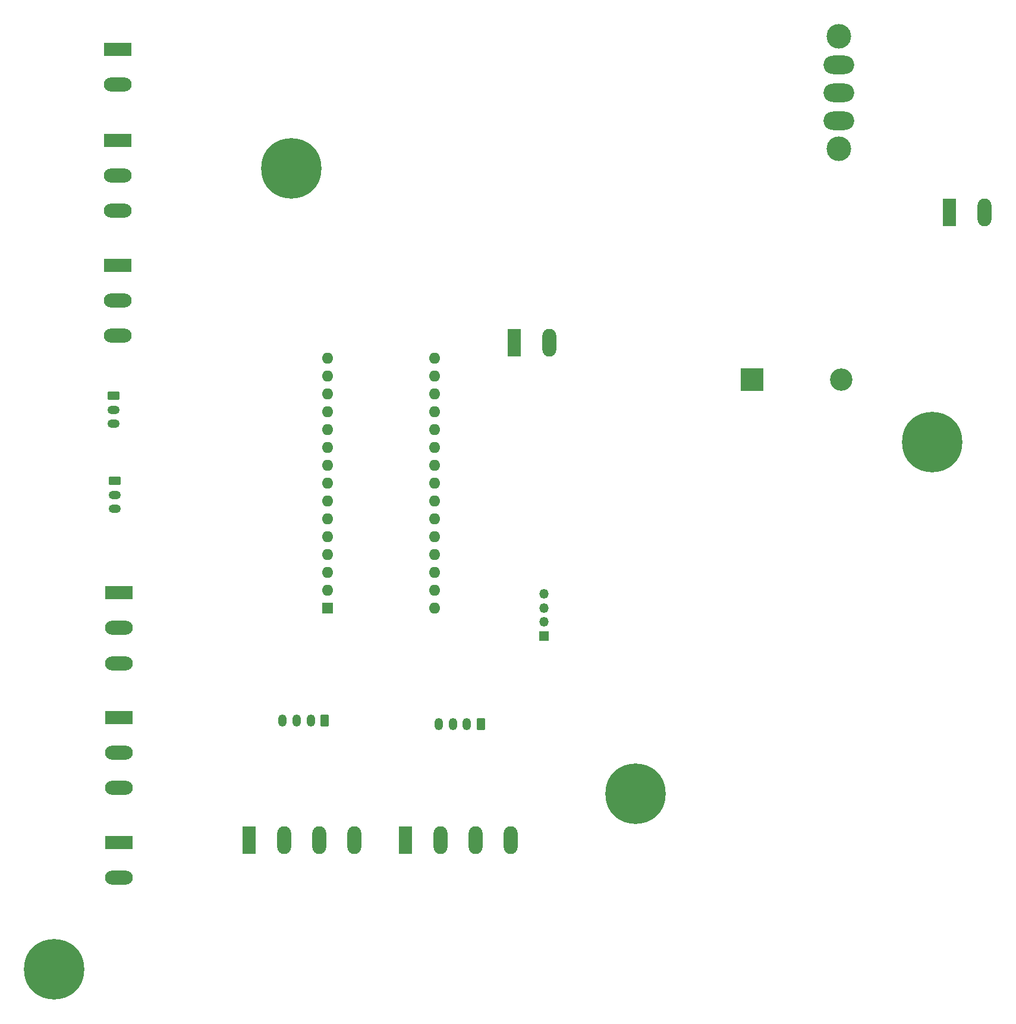
<source format=gbr>
%TF.GenerationSoftware,KiCad,Pcbnew,7.0.7-7.0.7~ubuntu22.04.1*%
%TF.CreationDate,2023-09-15T11:32:12-06:00*%
%TF.ProjectId,stepper_microscope_stage,73746570-7065-4725-9f6d-6963726f7363,1.1*%
%TF.SameCoordinates,Original*%
%TF.FileFunction,Copper,L1,Top*%
%TF.FilePolarity,Positive*%
%FSLAX46Y46*%
G04 Gerber Fmt 4.6, Leading zero omitted, Abs format (unit mm)*
G04 Created by KiCad (PCBNEW 7.0.7-7.0.7~ubuntu22.04.1) date 2023-09-15 11:32:12*
%MOMM*%
%LPD*%
G01*
G04 APERTURE LIST*
G04 Aperture macros list*
%AMRoundRect*
0 Rectangle with rounded corners*
0 $1 Rounding radius*
0 $2 $3 $4 $5 $6 $7 $8 $9 X,Y pos of 4 corners*
0 Add a 4 corners polygon primitive as box body*
4,1,4,$2,$3,$4,$5,$6,$7,$8,$9,$2,$3,0*
0 Add four circle primitives for the rounded corners*
1,1,$1+$1,$2,$3*
1,1,$1+$1,$4,$5*
1,1,$1+$1,$6,$7*
1,1,$1+$1,$8,$9*
0 Add four rect primitives between the rounded corners*
20,1,$1+$1,$2,$3,$4,$5,0*
20,1,$1+$1,$4,$5,$6,$7,0*
20,1,$1+$1,$6,$7,$8,$9,0*
20,1,$1+$1,$8,$9,$2,$3,0*%
G04 Aperture macros list end*
%TA.AperFunction,ComponentPad*%
%ADD10C,8.600000*%
%TD*%
%TA.AperFunction,WasherPad*%
%ADD11C,3.500000*%
%TD*%
%TA.AperFunction,ComponentPad*%
%ADD12O,4.375000X2.625000*%
%TD*%
%TA.AperFunction,ComponentPad*%
%ADD13R,1.980000X3.960000*%
%TD*%
%TA.AperFunction,ComponentPad*%
%ADD14O,1.980000X3.960000*%
%TD*%
%TA.AperFunction,ComponentPad*%
%ADD15RoundRect,0.250000X-0.625000X0.350000X-0.625000X-0.350000X0.625000X-0.350000X0.625000X0.350000X0*%
%TD*%
%TA.AperFunction,ComponentPad*%
%ADD16O,1.750000X1.200000*%
%TD*%
%TA.AperFunction,ComponentPad*%
%ADD17R,1.350000X1.350000*%
%TD*%
%TA.AperFunction,ComponentPad*%
%ADD18O,1.350000X1.350000*%
%TD*%
%TA.AperFunction,ComponentPad*%
%ADD19RoundRect,0.250000X0.350000X0.625000X-0.350000X0.625000X-0.350000X-0.625000X0.350000X-0.625000X0*%
%TD*%
%TA.AperFunction,ComponentPad*%
%ADD20O,1.200000X1.750000*%
%TD*%
%TA.AperFunction,ComponentPad*%
%ADD21R,3.960000X1.980000*%
%TD*%
%TA.AperFunction,ComponentPad*%
%ADD22O,3.960000X1.980000*%
%TD*%
%TA.AperFunction,ComponentPad*%
%ADD23R,3.200000X3.200000*%
%TD*%
%TA.AperFunction,ComponentPad*%
%ADD24O,3.200000X3.200000*%
%TD*%
%TA.AperFunction,ComponentPad*%
%ADD25R,1.600000X1.600000*%
%TD*%
%TA.AperFunction,ComponentPad*%
%ADD26O,1.600000X1.600000*%
%TD*%
G04 APERTURE END LIST*
D10*
%TO.P,H4,1*%
%TO.N,N/C*%
X60750000Y-166250000D03*
%TD*%
%TO.P,H3,1*%
%TO.N,N/C*%
X143500000Y-141250000D03*
%TD*%
%TO.P,H2,1*%
%TO.N,N/C*%
X94500000Y-52250000D03*
%TD*%
%TO.P,H1,1*%
%TO.N,N/C*%
X185750000Y-91250000D03*
%TD*%
D11*
%TO.P,SW1,*%
%TO.N,*%
X172500000Y-49500000D03*
X172500000Y-33500000D03*
D12*
%TO.P,SW1,1,A*%
%TO.N,+24V*%
X172500000Y-45500000D03*
%TO.P,SW1,2,B*%
X172500000Y-41500000D03*
%TO.P,SW1,3,C*%
%TO.N,unconnected-(SW1-C-Pad3)*%
X172500000Y-37500000D03*
%TD*%
D13*
%TO.P,J2,1,Pin_1*%
%TO.N,Net-(J2-Pin_1)*%
X110750000Y-147860000D03*
D14*
%TO.P,J2,2,Pin_2*%
%TO.N,Net-(J2-Pin_2)*%
X115750000Y-147860000D03*
%TO.P,J2,3,Pin_3*%
%TO.N,Net-(J2-Pin_3)*%
X120750000Y-147860000D03*
%TO.P,J2,4,Pin_4*%
%TO.N,Net-(J2-Pin_4)*%
X125750000Y-147860000D03*
%TD*%
D15*
%TO.P,LIMIT2,1,Pin_1*%
%TO.N,+5V*%
X69350816Y-96717144D03*
D16*
%TO.P,LIMIT2,2,Pin_2*%
%TO.N,Net-(A1-D3)*%
X69350816Y-98717144D03*
%TO.P,LIMIT2,3,Pin_3*%
%TO.N,GND*%
X69350816Y-100717144D03*
%TD*%
D17*
%TO.P,J1,1,Pin_1*%
%TO.N,GND*%
X130500000Y-118822144D03*
D18*
%TO.P,J1,2,Pin_2*%
%TO.N,+5V*%
X130500000Y-116822144D03*
%TO.P,J1,3,Pin_3*%
%TO.N,Net-(A1-A4)*%
X130500000Y-114822144D03*
%TO.P,J1,4,Pin_4*%
%TO.N,Net-(A1-A5)*%
X130500000Y-112822144D03*
%TD*%
D19*
%TO.P,J5,1,Pin_1*%
%TO.N,Net-(J3-Pin_4)*%
X99260000Y-130810000D03*
D20*
%TO.P,J5,2,Pin_2*%
%TO.N,Net-(J3-Pin_3)*%
X97260000Y-130810000D03*
%TO.P,J5,3,Pin_3*%
%TO.N,Net-(J3-Pin_2)*%
X95260000Y-130810000D03*
%TO.P,J5,4,Pin_4*%
%TO.N,Net-(J3-Pin_1)*%
X93260000Y-130810000D03*
%TD*%
D21*
%TO.P,STEPSIGGND2,1,Pin_1*%
%TO.N,GND*%
X69910816Y-130422144D03*
D22*
%TO.P,STEPSIGGND2,2,Pin_2*%
X69910816Y-135422144D03*
%TO.P,STEPSIGGND2,3,Pin_3*%
X69910816Y-140422144D03*
%TD*%
D21*
%TO.P,STEPSIG1,1,Pin_1*%
%TO.N,Net-(A1-D12)*%
X69750000Y-48322144D03*
D22*
%TO.P,STEPSIG1,2,Pin_2*%
%TO.N,Net-(A1-D11)*%
X69750000Y-53322144D03*
%TO.P,STEPSIG1,3,Pin_3*%
%TO.N,Net-(A1-D10)*%
X69750000Y-58322144D03*
%TD*%
D21*
%TO.P,STEPGND1,1,Pin_1*%
%TO.N,GND*%
X69900816Y-148202144D03*
D22*
%TO.P,STEPGND1,2,Pin_2*%
X69900816Y-153202144D03*
%TD*%
D21*
%TO.P,STEPSIGGND1,1,Pin_1*%
%TO.N,GND*%
X69910816Y-112672144D03*
D22*
%TO.P,STEPSIGGND1,2,Pin_2*%
X69910816Y-117672144D03*
%TO.P,STEPSIGGND1,3,Pin_3*%
X69910816Y-122672144D03*
%TD*%
D15*
%TO.P,LIMIT1,1,Pin_1*%
%TO.N,+5V*%
X69190000Y-84617144D03*
D16*
%TO.P,LIMIT1,2,Pin_2*%
%TO.N,Net-(A1-D4)*%
X69190000Y-86617144D03*
%TO.P,LIMIT1,3,Pin_3*%
%TO.N,GND*%
X69190000Y-88617144D03*
%TD*%
D21*
%TO.P,STEPPWR1,1,Pin_1*%
%TO.N,+24V*%
X69740000Y-35352144D03*
D22*
%TO.P,STEPPWR1,2,Pin_2*%
X69740000Y-40352144D03*
%TD*%
D23*
%TO.P,D1,1,K*%
%TO.N,Net-(D1-K)*%
X160150000Y-82322144D03*
D24*
%TO.P,D1,2,A*%
%TO.N,GND*%
X172850000Y-82322144D03*
%TD*%
D25*
%TO.P,A1,1,D1/TX*%
%TO.N,unconnected-(A1-D1{slash}TX-Pad1)*%
X99640000Y-114872144D03*
D26*
%TO.P,A1,2,D0/RX*%
%TO.N,unconnected-(A1-D0{slash}RX-Pad2)*%
X99640000Y-112332144D03*
%TO.P,A1,3,~{RESET}*%
%TO.N,unconnected-(A1-~{RESET}-Pad3)*%
X99640000Y-109792144D03*
%TO.P,A1,4,GND*%
%TO.N,GND*%
X99640000Y-107252144D03*
%TO.P,A1,5,D2*%
%TO.N,unconnected-(A1-D2-Pad5)*%
X99640000Y-104712144D03*
%TO.P,A1,6,D3*%
%TO.N,Net-(A1-D3)*%
X99640000Y-102172144D03*
%TO.P,A1,7,D4*%
%TO.N,Net-(A1-D4)*%
X99640000Y-99632144D03*
%TO.P,A1,8,D5*%
%TO.N,unconnected-(A1-D5-Pad8)*%
X99640000Y-97092144D03*
%TO.P,A1,9,D6*%
%TO.N,unconnected-(A1-D6-Pad9)*%
X99640000Y-94552144D03*
%TO.P,A1,10,D7*%
%TO.N,Net-(A1-D7)*%
X99640000Y-92012144D03*
%TO.P,A1,11,D8*%
%TO.N,Net-(A1-D8)*%
X99640000Y-89472144D03*
%TO.P,A1,12,D9*%
%TO.N,Net-(A1-D9)*%
X99640000Y-86932144D03*
%TO.P,A1,13,D10*%
%TO.N,Net-(A1-D10)*%
X99640000Y-84392144D03*
%TO.P,A1,14,D11*%
%TO.N,Net-(A1-D11)*%
X99640000Y-81852144D03*
%TO.P,A1,15,D12*%
%TO.N,Net-(A1-D12)*%
X99640000Y-79312144D03*
%TO.P,A1,16,D13*%
%TO.N,unconnected-(A1-D13-Pad16)*%
X114880000Y-79312144D03*
%TO.P,A1,17,3V3*%
%TO.N,unconnected-(A1-3V3-Pad17)*%
X114880000Y-81852144D03*
%TO.P,A1,18,AREF*%
%TO.N,unconnected-(A1-AREF-Pad18)*%
X114880000Y-84392144D03*
%TO.P,A1,19,A0*%
%TO.N,Net-(A1-A0)*%
X114880000Y-86932144D03*
%TO.P,A1,20,A1*%
%TO.N,Net-(A1-A1)*%
X114880000Y-89472144D03*
%TO.P,A1,21,A2*%
%TO.N,unconnected-(A1-A2-Pad21)*%
X114880000Y-92012144D03*
%TO.P,A1,22,A3*%
%TO.N,unconnected-(A1-A3-Pad22)*%
X114880000Y-94552144D03*
%TO.P,A1,23,A4*%
%TO.N,Net-(A1-A4)*%
X114880000Y-97092144D03*
%TO.P,A1,24,A5*%
%TO.N,Net-(A1-A5)*%
X114880000Y-99632144D03*
%TO.P,A1,25,A6*%
%TO.N,unconnected-(A1-A6-Pad25)*%
X114880000Y-102172144D03*
%TO.P,A1,26,A7*%
%TO.N,unconnected-(A1-A7-Pad26)*%
X114880000Y-104712144D03*
%TO.P,A1,27,+5V*%
%TO.N,unconnected-(A1-+5V-Pad27)*%
X114880000Y-107252144D03*
%TO.P,A1,28,~{RESET}*%
%TO.N,unconnected-(A1-~{RESET}-Pad28)*%
X114880000Y-109792144D03*
%TO.P,A1,29,GND*%
%TO.N,unconnected-(A1-GND-Pad29)*%
X114880000Y-112332144D03*
%TO.P,A1,30,VIN*%
%TO.N,+5V*%
X114880000Y-114872144D03*
%TD*%
D13*
%TO.P,JOYIN1,1,Pin_1*%
%TO.N,Net-(A1-A0)*%
X126220000Y-77072144D03*
D14*
%TO.P,JOYIN1,2,Pin_2*%
%TO.N,Net-(A1-A1)*%
X131220000Y-77072144D03*
%TD*%
D21*
%TO.P,STEPSIG2,1,Pin_1*%
%TO.N,Net-(A1-D9)*%
X69750000Y-66072144D03*
D22*
%TO.P,STEPSIG2,2,Pin_2*%
%TO.N,Net-(A1-D8)*%
X69750000Y-71072144D03*
%TO.P,STEPSIG2,3,Pin_3*%
%TO.N,Net-(A1-D7)*%
X69750000Y-76072144D03*
%TD*%
D13*
%TO.P,J3,1,Pin_1*%
%TO.N,Net-(J3-Pin_1)*%
X88500000Y-147860000D03*
D14*
%TO.P,J3,2,Pin_2*%
%TO.N,Net-(J3-Pin_2)*%
X93500000Y-147860000D03*
%TO.P,J3,3,Pin_3*%
%TO.N,Net-(J3-Pin_3)*%
X98500000Y-147860000D03*
%TO.P,J3,4,Pin_4*%
%TO.N,Net-(J3-Pin_4)*%
X103500000Y-147860000D03*
%TD*%
D19*
%TO.P,J4,1,Pin_1*%
%TO.N,Net-(J2-Pin_4)*%
X121510000Y-131310000D03*
D20*
%TO.P,J4,2,Pin_2*%
%TO.N,Net-(J2-Pin_3)*%
X119510000Y-131310000D03*
%TO.P,J4,3,Pin_3*%
%TO.N,Net-(J2-Pin_2)*%
X117510000Y-131310000D03*
%TO.P,J4,4,Pin_4*%
%TO.N,Net-(J2-Pin_1)*%
X115510000Y-131310000D03*
%TD*%
D13*
%TO.P,VIN1,1,Pin_1*%
%TO.N,+24V*%
X188250000Y-58572144D03*
D14*
%TO.P,VIN1,2,Pin_2*%
%TO.N,GND*%
X193250000Y-58572144D03*
%TD*%
M02*

</source>
